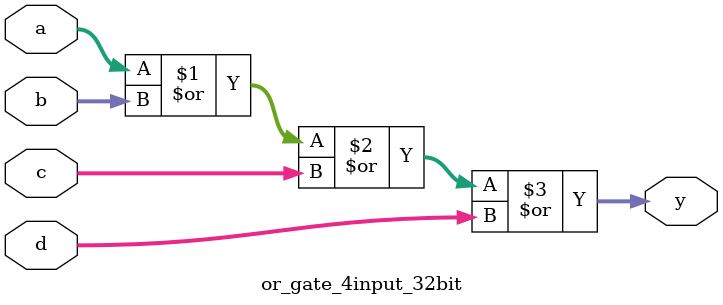
<source format=sv>
module or_gate_4input_32bit (
    input wire [31:0] a,
    input wire [31:0] b,
    input wire [31:0] c,
    input wire [31:0] d,
    output wire [31:0] y
);
    assign y = a | b | c | d;
endmodule

</source>
